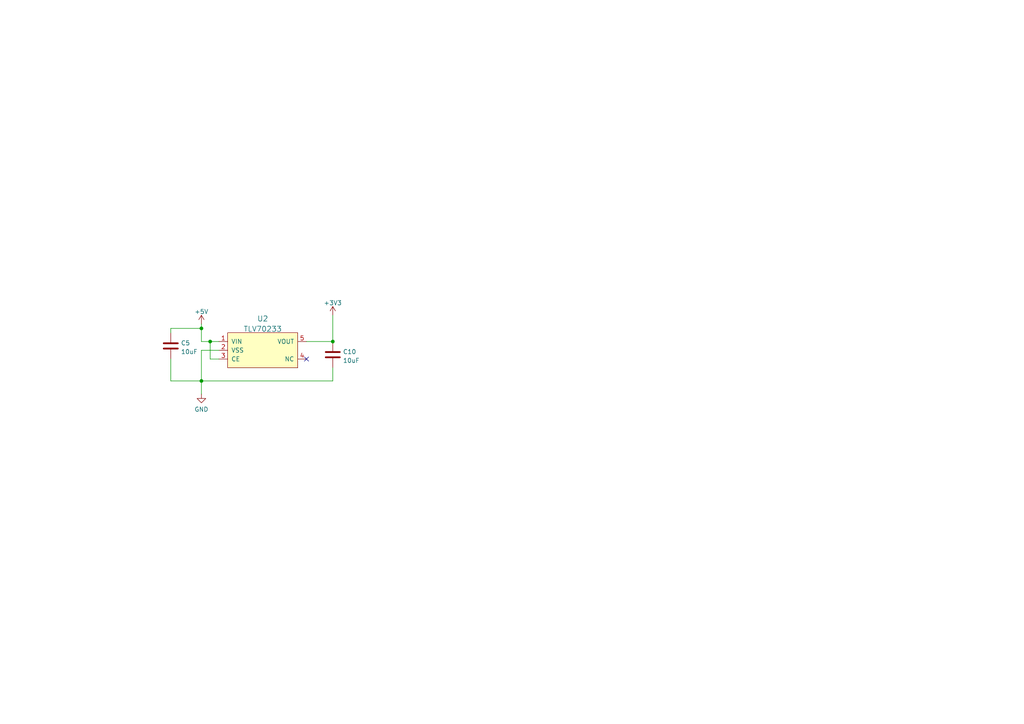
<source format=kicad_sch>
(kicad_sch (version 20211123) (generator eeschema)
  (paper "A4")
  (lib_symbols
    (symbol "01_LCSC_CUSTOM:ME6211C33_LDO_3v3_500mA" (pin_names (offset 1.016))
      (property "Reference" "U2" (at 0 9.1641 0))
      (property "Value" "ME6211C33_LDO_3v3_500mA" (at 0 6.1707 0))
      (symbol "ME6211C33_LDO_3v3_500mA_1_1"
        (rectangle (start -10.16 5.08) (end 10.16 -5.08) (fill (type background)))
        (pin unspecified line (at -12.7 2.54 0) (length 2.54) (name "VIN") (number "1"))
        (pin unspecified line (at -12.7 0 0) (length 2.54) (name "VSS") (number "2"))
        (pin unspecified line (at -12.7 -2.54 0) (length 2.54) (name "CE") (number "3"))
        (pin unspecified line (at 12.7 -2.54 180) (length 2.54) (name "NC") (number "4"))
        (pin unspecified line (at 12.7 2.54 180) (length 2.54) (name "VOUT") (number "5"))
      )
    )
    (symbol "Device:C" (pin_numbers hide) (pin_names (offset 0.254))
      (property "Reference" "C" (at 0.635 2.54 0))
      (property "Value" "C" (at 0.635 -2.54 0))
      (symbol "C_0_1"
        (polyline (pts (xy -2.032 -0.762) (xy 2.032 -0.762)) (stroke (width 0.508)))
        (polyline (pts (xy -2.032 0.762) (xy 2.032 0.762)) (stroke (width 0.508)))
      )
      (symbol "C_1_1"
        (pin passive line (at 0 3.81 270) (length 2.794) (name "~") (number "1"))
        (pin passive line (at 0 -3.81 90) (length 2.794) (name "~") (number "2"))
      )
    )
    (symbol "power:+3V3" (power) (pin_names (offset 0))
      (property "Value" "+3V3" (at 0 3.556 0))
      (symbol "+3V3_0_1"
        (polyline (pts (xy -0.762 1.27) (xy 0 2.54)))
        (polyline (pts (xy 0 0) (xy 0 2.54)))
        (polyline (pts (xy 0 2.54) (xy 0.762 1.27)))
      )
      (symbol "+3V3_1_1"
        (pin power_in line (at 0 0 90) (length 0) hide (name "+3V3") (number "1"))
      )
    )
    (symbol "power:+5V" (power) (pin_names (offset 0))
      (property "Value" "+5V" (at 0 3.556 0))
      (symbol "+5V_0_1"
        (polyline (pts (xy -0.762 1.27) (xy 0 2.54)))
        (polyline (pts (xy 0 0) (xy 0 2.54)))
        (polyline (pts (xy 0 2.54) (xy 0.762 1.27)))
      )
      (symbol "+5V_1_1"
        (pin power_in line (at 0 0 90) (length 0) hide (name "+5V") (number "1"))
      )
    )
    (symbol "power:GND" (power) (pin_names (offset 0))
      (property "Value" "GND" (at 0 -3.81 0))
      (symbol "GND_0_1"
        (polyline (pts (xy 0 0) (xy 0 -1.27) (xy 1.27 -1.27) (xy 0 -2.54) (xy -1.27 -1.27) (xy 0 -1.27)))
      )
      (symbol "GND_1_1"
        (pin power_in line (at 0 0 270) (length 0) hide (name "GND") (number "1"))
      )
    )
  )
  (junction (at 96.52 99.06))
  (junction (at 58.42 95.25))
  (junction (at 60.96 99.06))
  (junction (at 58.42 110.49))
  (no_connect (at 88.9 104.14))
  (wire (pts (xy 58.42 114.3) (xy 58.42 110.49)))
  (wire (pts (xy 49.53 95.25) (xy 58.42 95.25)))
  (wire (pts (xy 96.52 106.68) (xy 96.52 110.49)))
  (wire (pts (xy 60.96 99.06) (xy 58.42 99.06)))
  (wire (pts (xy 58.42 101.6) (xy 63.5 101.6)))
  (wire (pts (xy 58.42 110.49) (xy 58.42 101.6)))
  (wire (pts (xy 96.52 99.06) (xy 88.9 99.06)))
  (wire (pts (xy 49.53 96.52) (xy 49.53 95.25)))
  (wire (pts (xy 63.5 104.14) (xy 60.96 104.14)))
  (wire (pts (xy 63.5 99.06) (xy 60.96 99.06)))
  (wire (pts (xy 96.52 110.49) (xy 58.42 110.49)))
  (wire (pts (xy 49.53 104.14) (xy 49.53 110.49)))
  (wire (pts (xy 49.53 110.49) (xy 58.42 110.49)))
  (wire (pts (xy 58.42 95.25) (xy 58.42 93.98)))
  (wire (pts (xy 58.42 99.06) (xy 58.42 95.25)))
  (wire (pts (xy 60.96 104.14) (xy 60.96 99.06)))
  (wire (pts (xy 96.52 91.44) (xy 96.52 99.06)))
  (symbol (lib_id "power:GND") (at 58.42 114.3 0) (unit 1)
    (property "Reference" "#PWR014" (effects hide))
    (property "Value" "GND" (at 58.42 118.7434 0))
  )
  (symbol (lib_id "Device:C") (at 96.52 102.87 0) (unit 1)
    (property "Reference" "C10" (at 99.441 102.0353 0) (effects (justify left)))
    (property "Value" "10uF" (at 99.441 104.5722 0) (effects (justify left)))
    (property "Footprint" "Capacitor_SMD:C_0402_1005Metric" (effects hide))
  )
  (symbol (lib_id "power:+3V3") (at 96.52 91.44 0) (unit 1)
    (property "Reference" "#PWR015" (effects hide))
    (property "Value" "+3V3" (at 96.52 87.8642 0))
  )
  (symbol (lib_id "Device:C") (at 49.53 100.33 0) (unit 1)
    (property "Reference" "C5" (at 52.451 99.4953 0) (effects (justify left)))
    (property "Value" "10uF" (at 52.451 102.0322 0) (effects (justify left)))
    (property "Footprint" "Capacitor_SMD:C_0402_1005Metric" (effects hide))
  )
  (symbol (lib_id "01_LCSC_CUSTOM:ME6211C33_LDO_3v3_500mA") (at 76.2 101.6 0) (unit 1)
    (property "Reference" "U2" (at 76.2 92.4359 0) (effects (font (size 1.524 1.524))))
    (property "Value" "TLV70233" (at 76.2 95.4293 0) (effects (font (size 1.524 1.524))))
    (property "Footprint" "Package_TO_SOT_SMD:SOT-23-5" (effects hide))
    (property "Datasheet" "https://lcsc.com/product-detail/Linear-Voltage-Regulators-LDO_Texas-Instruments-TLV70233DBVT_C110287.html" (effects hide))
    (property "Manufacturer" "Texas Instruments" (effects hide))
    (property "LCSC Part" "C82942" (effects hide))
    (property "JLC Part" "C82942" (effects hide))
  )
  (symbol (lib_id "power:+5V") (at 58.42 93.98 0) (unit 1)
    (property "Reference" "#PWR013" (effects hide))
    (property "Value" "+5V" (at 58.42 90.4042 0))
  )
)
</source>
